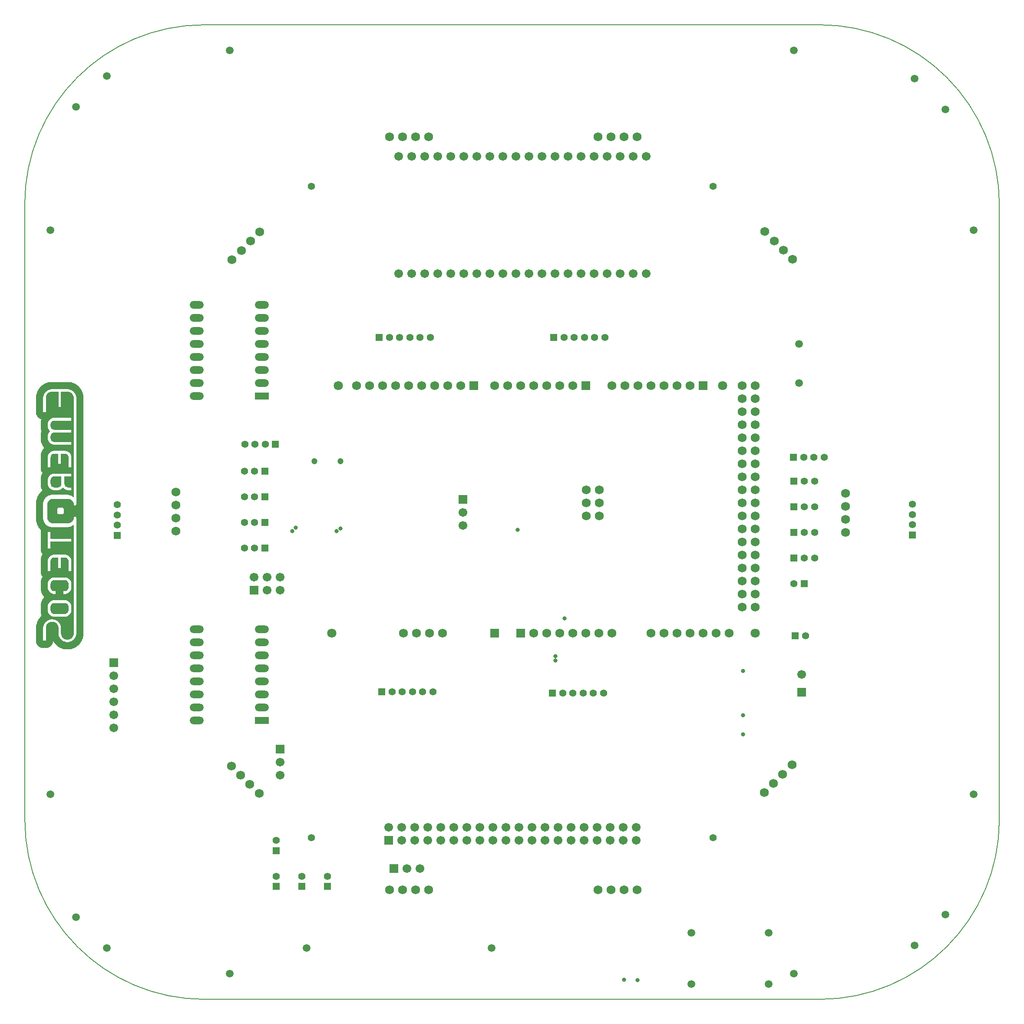
<source format=gbs>
%FSLAX23Y23*%
%MOIN*%
G70*
G01*
G75*
G04 Layer_Color=16711935*
%ADD10C,0.008*%
%ADD11C,0.059*%
%ADD12R,0.035X0.037*%
%ADD13R,0.035X0.037*%
%ADD14R,0.045X0.069*%
%ADD15R,0.055X0.047*%
%ADD16R,0.055X0.043*%
%ADD17O,0.024X0.087*%
%ADD18R,0.039X0.094*%
%ADD19R,0.130X0.094*%
%ADD20O,0.065X0.022*%
%ADD21O,0.022X0.065*%
%ADD22R,0.043X0.055*%
%ADD23R,0.043X0.067*%
%ADD24R,0.067X0.043*%
%ADD25R,0.050X0.100*%
%ADD26R,0.057X0.094*%
%ADD27R,0.069X0.045*%
G04:AMPARAMS|DCode=28|XSize=69mil|YSize=45mil|CornerRadius=0mil|HoleSize=0mil|Usage=FLASHONLY|Rotation=225.000|XOffset=0mil|YOffset=0mil|HoleType=Round|Shape=Rectangle|*
%AMROTATEDRECTD28*
4,1,4,0.008,0.040,0.040,0.008,-0.008,-0.040,-0.040,-0.008,0.008,0.040,0.0*
%
%ADD28ROTATEDRECTD28*%

G04:AMPARAMS|DCode=29|XSize=69mil|YSize=45mil|CornerRadius=0mil|HoleSize=0mil|Usage=FLASHONLY|Rotation=315.000|XOffset=0mil|YOffset=0mil|HoleType=Round|Shape=Rectangle|*
%AMROTATEDRECTD29*
4,1,4,-0.040,0.008,-0.008,0.040,0.040,-0.008,0.008,-0.040,-0.040,0.008,0.0*
%
%ADD29ROTATEDRECTD29*%

%ADD30R,0.047X0.047*%
%ADD31R,0.047X0.047*%
G04:AMPARAMS|DCode=32|XSize=47mil|YSize=47mil|CornerRadius=0mil|HoleSize=0mil|Usage=FLASHONLY|Rotation=225.000|XOffset=0mil|YOffset=0mil|HoleType=Round|Shape=Rectangle|*
%AMROTATEDRECTD32*
4,1,4,0.000,0.033,0.033,0.000,0.000,-0.033,-0.033,0.000,0.000,0.033,0.0*
%
%ADD32ROTATEDRECTD32*%

G04:AMPARAMS|DCode=33|XSize=47mil|YSize=47mil|CornerRadius=0mil|HoleSize=0mil|Usage=FLASHONLY|Rotation=315.000|XOffset=0mil|YOffset=0mil|HoleType=Round|Shape=Rectangle|*
%AMROTATEDRECTD33*
4,1,4,-0.033,0.000,0.000,0.033,0.033,0.000,0.000,-0.033,-0.033,0.000,0.0*
%
%ADD33ROTATEDRECTD33*%

%ADD34O,0.022X0.010*%
%ADD35O,0.010X0.022*%
%ADD36C,0.010*%
%ADD37C,0.012*%
%ADD38C,0.009*%
%ADD39C,0.020*%
%ADD40C,0.030*%
%ADD41C,0.005*%
%ADD42R,0.047X0.047*%
%ADD43C,0.047*%
%ADD44C,0.060*%
%ADD45C,0.063*%
%ADD46R,0.060X0.060*%
%ADD47R,0.059X0.059*%
%ADD48R,0.059X0.059*%
%ADD49C,0.051*%
%ADD50C,0.039*%
%ADD51R,0.047X0.047*%
%ADD52O,0.100X0.050*%
%ADD53R,0.100X0.050*%
%ADD54C,0.031*%
%ADD55C,0.024*%
%ADD56C,0.026*%
%ADD57C,0.004*%
%ADD58C,0.010*%
%ADD59C,0.008*%
%ADD60C,0.024*%
%ADD61C,0.016*%
%ADD62C,0.001*%
%ADD63C,0.020*%
%ADD64C,0.006*%
%ADD65C,0.067*%
%ADD66R,0.043X0.045*%
%ADD67R,0.043X0.045*%
%ADD68R,0.053X0.077*%
%ADD69R,0.063X0.055*%
%ADD70R,0.063X0.051*%
%ADD71O,0.032X0.095*%
%ADD72R,0.047X0.102*%
%ADD73R,0.138X0.102*%
%ADD74O,0.073X0.030*%
%ADD75O,0.030X0.073*%
%ADD76R,0.051X0.063*%
%ADD77R,0.051X0.075*%
%ADD78R,0.075X0.051*%
%ADD79R,0.058X0.108*%
%ADD80R,0.065X0.102*%
%ADD81R,0.077X0.053*%
G04:AMPARAMS|DCode=82|XSize=77mil|YSize=53mil|CornerRadius=0mil|HoleSize=0mil|Usage=FLASHONLY|Rotation=225.000|XOffset=0mil|YOffset=0mil|HoleType=Round|Shape=Rectangle|*
%AMROTATEDRECTD82*
4,1,4,0.008,0.046,0.046,0.008,-0.008,-0.046,-0.046,-0.008,0.008,0.046,0.0*
%
%ADD82ROTATEDRECTD82*%

G04:AMPARAMS|DCode=83|XSize=77mil|YSize=53mil|CornerRadius=0mil|HoleSize=0mil|Usage=FLASHONLY|Rotation=315.000|XOffset=0mil|YOffset=0mil|HoleType=Round|Shape=Rectangle|*
%AMROTATEDRECTD83*
4,1,4,-0.046,0.008,-0.008,0.046,0.046,-0.008,0.008,-0.046,-0.046,0.008,0.0*
%
%ADD83ROTATEDRECTD83*%

%ADD84R,0.055X0.055*%
%ADD85R,0.055X0.055*%
G04:AMPARAMS|DCode=86|XSize=55mil|YSize=55mil|CornerRadius=0mil|HoleSize=0mil|Usage=FLASHONLY|Rotation=225.000|XOffset=0mil|YOffset=0mil|HoleType=Round|Shape=Rectangle|*
%AMROTATEDRECTD86*
4,1,4,0.000,0.039,0.039,0.000,0.000,-0.039,-0.039,0.000,0.000,0.039,0.0*
%
%ADD86ROTATEDRECTD86*%

G04:AMPARAMS|DCode=87|XSize=55mil|YSize=55mil|CornerRadius=0mil|HoleSize=0mil|Usage=FLASHONLY|Rotation=315.000|XOffset=0mil|YOffset=0mil|HoleType=Round|Shape=Rectangle|*
%AMROTATEDRECTD87*
4,1,4,-0.039,0.000,0.000,0.039,0.039,0.000,0.000,-0.039,-0.039,0.000,0.0*
%
%ADD87ROTATEDRECTD87*%

%ADD88O,0.030X0.018*%
%ADD89O,0.018X0.030*%
%ADD90R,0.055X0.055*%
%ADD91C,0.055*%
%ADD92C,0.068*%
%ADD93C,0.071*%
%ADD94R,0.068X0.068*%
%ADD95R,0.067X0.067*%
%ADD96R,0.067X0.067*%
%ADD97C,0.059*%
%ADD98C,0.047*%
%ADD99R,0.055X0.055*%
%ADD100O,0.108X0.058*%
%ADD101R,0.108X0.058*%
%ADD102C,0.032*%
%ADD103C,0.002*%
D41*
X2363Y-3740D02*
G03*
X3741Y-2362I0J1378D01*
G01*
X-3739D02*
G03*
X-2362Y-3740I1378J0D01*
G01*
Y3740D02*
G03*
X-3739Y2362I0J-1378D01*
G01*
X3741D02*
G03*
X2363Y3740I-1378J0D01*
G01*
X-2362Y-3740D02*
X2363D01*
X-3739Y-2362D02*
Y2362D01*
X-2362Y3740D02*
X2363D01*
X3741Y-2362D02*
Y2362D01*
D65*
X-1980Y-500D02*
D03*
X-1880Y-600D02*
D03*
Y-500D02*
D03*
X-1780Y-600D02*
D03*
Y-500D02*
D03*
X2223Y-1245D02*
D03*
X-1780Y-1920D02*
D03*
Y-2020D02*
D03*
X-375Y-4D02*
D03*
Y-104D02*
D03*
X-3055Y-1655D02*
D03*
Y-1555D02*
D03*
Y-1455D02*
D03*
Y-1355D02*
D03*
Y-1255D02*
D03*
X-947Y-2421D02*
D03*
X-847Y-2521D02*
D03*
Y-2421D02*
D03*
X-747Y-2521D02*
D03*
Y-2421D02*
D03*
X-647Y-2521D02*
D03*
Y-2421D02*
D03*
X-547Y-2521D02*
D03*
Y-2421D02*
D03*
X-447Y-2521D02*
D03*
Y-2421D02*
D03*
X-347Y-2521D02*
D03*
Y-2421D02*
D03*
X-247Y-2521D02*
D03*
Y-2421D02*
D03*
X-147Y-2521D02*
D03*
Y-2421D02*
D03*
X-47Y-2521D02*
D03*
Y-2421D02*
D03*
X53Y-2521D02*
D03*
Y-2421D02*
D03*
X153Y-2521D02*
D03*
Y-2421D02*
D03*
X253Y-2521D02*
D03*
Y-2421D02*
D03*
X353Y-2521D02*
D03*
Y-2421D02*
D03*
X453Y-2521D02*
D03*
Y-2421D02*
D03*
X553Y-2521D02*
D03*
Y-2421D02*
D03*
X653Y-2521D02*
D03*
Y-2421D02*
D03*
X753Y-2521D02*
D03*
Y-2421D02*
D03*
X853Y-2521D02*
D03*
Y-2421D02*
D03*
X953Y-2521D02*
D03*
Y-2421D02*
D03*
X-805Y-2735D02*
D03*
X-705D02*
D03*
X-870Y2730D02*
D03*
X-770D02*
D03*
X-670D02*
D03*
X-570D02*
D03*
X-470D02*
D03*
X-370D02*
D03*
X-270D02*
D03*
X-170D02*
D03*
X-70D02*
D03*
X30D02*
D03*
X130D02*
D03*
X230D02*
D03*
X330D02*
D03*
X430D02*
D03*
X530D02*
D03*
X630D02*
D03*
X730D02*
D03*
X830D02*
D03*
X930D02*
D03*
X1030D02*
D03*
X-870Y1830D02*
D03*
X-770D02*
D03*
X-670D02*
D03*
X-570D02*
D03*
X-470D02*
D03*
X-370D02*
D03*
X-270D02*
D03*
X-170D02*
D03*
X-70D02*
D03*
X30D02*
D03*
X130D02*
D03*
X230D02*
D03*
X330D02*
D03*
X430D02*
D03*
X530D02*
D03*
X630D02*
D03*
X730D02*
D03*
X830D02*
D03*
X930D02*
D03*
X1030D02*
D03*
D90*
X-1815Y520D02*
D03*
X320Y1340D02*
D03*
X-1020D02*
D03*
X-1000Y-1380D02*
D03*
X310Y-1390D02*
D03*
X2160Y420D02*
D03*
X-1896Y-276D02*
D03*
Y-79D02*
D03*
Y118D02*
D03*
Y315D02*
D03*
X2165Y236D02*
D03*
Y39D02*
D03*
Y-157D02*
D03*
Y-354D02*
D03*
X2244Y-551D02*
D03*
X2175Y-950D02*
D03*
D91*
X-1894Y520D02*
D03*
X-1972D02*
D03*
X-2051D02*
D03*
X1545Y2500D02*
D03*
X-1540D02*
D03*
Y-2500D02*
D03*
X1545Y-2500D02*
D03*
X714Y1340D02*
D03*
X635D02*
D03*
X556D02*
D03*
X477D02*
D03*
X399D02*
D03*
X-626D02*
D03*
X-705D02*
D03*
X-784D02*
D03*
X-863D02*
D03*
X-941D02*
D03*
X-606Y-1380D02*
D03*
X-685D02*
D03*
X-764D02*
D03*
X-843D02*
D03*
X-921D02*
D03*
X704Y-1390D02*
D03*
X625D02*
D03*
X546D02*
D03*
X467D02*
D03*
X389D02*
D03*
X3075Y61D02*
D03*
Y-18D02*
D03*
Y-96D02*
D03*
X-3030Y56D02*
D03*
Y-23D02*
D03*
Y-101D02*
D03*
X2239Y420D02*
D03*
X2317D02*
D03*
X2396D02*
D03*
X-2054Y-276D02*
D03*
X-1975D02*
D03*
X-2054Y-79D02*
D03*
X-1975D02*
D03*
X-2054Y118D02*
D03*
X-1975D02*
D03*
X-2054Y315D02*
D03*
X-1975D02*
D03*
X2323Y236D02*
D03*
X2244D02*
D03*
X2323Y39D02*
D03*
X2244D02*
D03*
X2323Y-157D02*
D03*
X2244D02*
D03*
X2323Y-354D02*
D03*
X2244D02*
D03*
X-1811Y-2520D02*
D03*
X-1417Y-2795D02*
D03*
X-1614D02*
D03*
X-1811D02*
D03*
X2165Y-551D02*
D03*
X2254Y-950D02*
D03*
D92*
X571Y-30D02*
D03*
X671D02*
D03*
X571Y70D02*
D03*
X671D02*
D03*
X571Y170D02*
D03*
X671D02*
D03*
X-1194Y970D02*
D03*
X-1094D02*
D03*
X-834Y-930D02*
D03*
X-734D02*
D03*
X1166D02*
D03*
X1066D02*
D03*
X1666D02*
D03*
X1566D02*
D03*
X1466D02*
D03*
X1366D02*
D03*
X1266D02*
D03*
X266D02*
D03*
X166D02*
D03*
X766D02*
D03*
X666D02*
D03*
X566D02*
D03*
X466D02*
D03*
X366D02*
D03*
X1266Y970D02*
D03*
X1366D02*
D03*
X766D02*
D03*
X866D02*
D03*
X966D02*
D03*
X1066D02*
D03*
X1166D02*
D03*
X-534Y-930D02*
D03*
X-634D02*
D03*
X-494Y970D02*
D03*
X-394D02*
D03*
X-994D02*
D03*
X-894D02*
D03*
X-794D02*
D03*
X-694D02*
D03*
X-594D02*
D03*
X366D02*
D03*
X466D02*
D03*
X-134D02*
D03*
X-34D02*
D03*
X66D02*
D03*
X166D02*
D03*
X266D02*
D03*
X1866D02*
D03*
X1766D02*
D03*
X1866Y870D02*
D03*
X1766D02*
D03*
X1866Y770D02*
D03*
X1766D02*
D03*
X1866Y670D02*
D03*
X1766D02*
D03*
X1866Y570D02*
D03*
X1766D02*
D03*
X1866Y470D02*
D03*
X1766D02*
D03*
X1866Y370D02*
D03*
X1766D02*
D03*
X1866Y270D02*
D03*
X1766D02*
D03*
X1866Y170D02*
D03*
X1766D02*
D03*
Y70D02*
D03*
X1866D02*
D03*
Y-30D02*
D03*
X1766D02*
D03*
X1866Y-130D02*
D03*
X1766D02*
D03*
X1866Y-230D02*
D03*
X1766D02*
D03*
X1866Y-330D02*
D03*
X1766D02*
D03*
X1866Y-430D02*
D03*
X1766D02*
D03*
X1866Y-530D02*
D03*
X1766D02*
D03*
X1866Y-630D02*
D03*
X1766D02*
D03*
X1866Y-730D02*
D03*
X1766D02*
D03*
X-940Y2880D02*
D03*
X-840D02*
D03*
X-740D02*
D03*
X-640D02*
D03*
X-2149Y1937D02*
D03*
X-2078Y2008D02*
D03*
X-2008Y2079D02*
D03*
X-1937Y2150D02*
D03*
X-2580Y-145D02*
D03*
Y-45D02*
D03*
Y55D02*
D03*
Y155D02*
D03*
X-1941Y-2161D02*
D03*
X-2012Y-2090D02*
D03*
X-2083Y-2020D02*
D03*
X-2154Y-1949D02*
D03*
X-640Y-2900D02*
D03*
X-740D02*
D03*
X-840D02*
D03*
X-940D02*
D03*
X2149Y-1941D02*
D03*
X2078Y-2012D02*
D03*
X2008Y-2083D02*
D03*
X1937Y-2154D02*
D03*
X2559Y143D02*
D03*
Y43D02*
D03*
Y-57D02*
D03*
Y-157D02*
D03*
X1941Y2153D02*
D03*
X2012Y2082D02*
D03*
X2083Y2012D02*
D03*
X2154Y1941D02*
D03*
X960Y-2900D02*
D03*
X860D02*
D03*
X760D02*
D03*
X660D02*
D03*
Y2880D02*
D03*
X760D02*
D03*
X860D02*
D03*
X960D02*
D03*
D93*
X-1334Y970D02*
D03*
X-1384Y-930D02*
D03*
X1866D02*
D03*
X1616Y970D02*
D03*
D94*
X66Y-930D02*
D03*
X1466Y970D02*
D03*
X-134Y-930D02*
D03*
X-294Y970D02*
D03*
X566D02*
D03*
D95*
X-1980Y-600D02*
D03*
X-947Y-2521D02*
D03*
X-905Y-2735D02*
D03*
D96*
X2223Y-1383D02*
D03*
X-1780Y-1820D02*
D03*
X-375Y96D02*
D03*
X-3055Y-1155D02*
D03*
D97*
X-3346Y-3110D02*
D03*
X-3110Y-3346D02*
D03*
X3327Y3091D02*
D03*
X3091Y3327D02*
D03*
Y-3327D02*
D03*
X3327Y-3091D02*
D03*
X-3346Y3110D02*
D03*
X-3110Y3346D02*
D03*
X1969Y-3228D02*
D03*
X1378D02*
D03*
X1969Y-3622D02*
D03*
X1378D02*
D03*
X-157Y-3346D02*
D03*
X-1575D02*
D03*
X-2165Y3543D02*
D03*
Y-3543D02*
D03*
X2165D02*
D03*
Y3543D02*
D03*
X3543Y-2165D02*
D03*
X-3543D02*
D03*
Y2165D02*
D03*
X3543D02*
D03*
X2205Y1291D02*
D03*
Y992D02*
D03*
D98*
X-1315Y390D02*
D03*
X-1515D02*
D03*
D99*
X3075Y-175D02*
D03*
X-3030Y-180D02*
D03*
X-1811Y-2599D02*
D03*
X-1417Y-2874D02*
D03*
X-1614D02*
D03*
X-1811D02*
D03*
D100*
X-2420Y-900D02*
D03*
Y-1000D02*
D03*
Y-1100D02*
D03*
Y-1200D02*
D03*
Y-1300D02*
D03*
Y-1400D02*
D03*
Y-1500D02*
D03*
Y-1600D02*
D03*
X-1920Y-900D02*
D03*
Y-1000D02*
D03*
Y-1100D02*
D03*
Y-1200D02*
D03*
Y-1300D02*
D03*
Y-1400D02*
D03*
Y-1500D02*
D03*
Y990D02*
D03*
Y1090D02*
D03*
Y1190D02*
D03*
Y1290D02*
D03*
Y1390D02*
D03*
Y1490D02*
D03*
Y1590D02*
D03*
X-2420Y890D02*
D03*
Y990D02*
D03*
Y1090D02*
D03*
Y1190D02*
D03*
Y1290D02*
D03*
Y1390D02*
D03*
Y1490D02*
D03*
Y1590D02*
D03*
D101*
X-1920Y-1600D02*
D03*
Y890D02*
D03*
D102*
X-1348Y-145D02*
D03*
X-1685D02*
D03*
X-1317Y-125D02*
D03*
X-1660Y-120D02*
D03*
X861Y-3589D02*
D03*
X964Y-3594D02*
D03*
X45Y-135D02*
D03*
X1775Y-1220D02*
D03*
Y-1560D02*
D03*
Y-1705D02*
D03*
X335Y-1140D02*
D03*
X405Y-815D02*
D03*
X335Y-1105D02*
D03*
D103*
X-3294Y-952D02*
Y900D01*
X-3296Y-960D02*
Y908D01*
X-3298Y-968D02*
Y914D01*
X-3300Y-972D02*
Y920D01*
X-3302Y-978D02*
Y926D01*
X-3304Y-982D02*
Y930D01*
X-3306Y-986D02*
Y934D01*
X-3308Y-990D02*
Y938D01*
X-3310Y-994D02*
Y942D01*
X-3312Y-996D02*
Y944D01*
X-3314Y-1000D02*
Y948D01*
X-3316Y-1002D02*
Y950D01*
X-3318Y-1004D02*
Y952D01*
X-3320Y-1008D02*
Y954D01*
X-3322Y-1010D02*
Y958D01*
X-3324Y-1012D02*
Y960D01*
X-3326Y-1014D02*
Y962D01*
X-3328Y-1016D02*
Y964D01*
X-3330Y-1018D02*
Y966D01*
X-3332Y-1020D02*
Y968D01*
X-3334Y-1022D02*
Y970D01*
X-3336Y-1022D02*
Y970D01*
X-3338Y-1024D02*
Y972D01*
X-3340Y-1026D02*
Y974D01*
X-3342Y-1028D02*
Y976D01*
X-3344Y-1030D02*
Y978D01*
X-3346Y-1030D02*
Y-938D01*
Y-38D02*
Y58D01*
Y886D02*
Y978D01*
X-3348Y-1032D02*
Y-948D01*
Y-36D02*
Y54D01*
Y896D02*
Y980D01*
X-3350Y-1034D02*
Y-954D01*
Y-34D02*
Y54D01*
Y902D02*
Y982D01*
X-3352Y-1034D02*
Y-958D01*
Y-32D02*
Y52D01*
Y906D02*
Y982D01*
X-3354Y-1036D02*
Y-962D01*
Y-32D02*
Y52D01*
Y910D02*
Y984D01*
X-3356Y-1036D02*
Y-966D01*
Y-32D02*
Y52D01*
Y914D02*
Y984D01*
X-3358Y-1038D02*
Y-968D01*
Y-32D02*
Y52D01*
Y916D02*
Y986D01*
X-3360Y-1038D02*
Y-970D01*
Y-32D02*
Y52D01*
Y918D02*
Y986D01*
X-3362Y-1040D02*
Y-974D01*
Y-34D02*
Y54D01*
Y922D02*
Y988D01*
X-3364Y-1040D02*
Y-976D01*
Y-36D02*
Y54D01*
Y924D02*
Y988D01*
X-3366Y-1042D02*
Y-978D01*
Y-38D02*
Y58D01*
Y926D02*
Y990D01*
X-3368Y-1042D02*
Y-980D01*
Y-940D02*
Y-98D01*
Y-52D02*
Y72D01*
Y118D02*
Y888D01*
Y928D02*
Y990D01*
X-3370Y-1044D02*
Y-982D01*
Y-946D02*
Y-100D01*
Y-58D02*
Y76D01*
Y118D02*
Y894D01*
Y930D02*
Y992D01*
X-3372Y-1044D02*
Y-982D01*
Y-952D02*
Y-102D01*
Y-60D02*
Y80D01*
Y120D02*
Y900D01*
Y930D02*
Y992D01*
X-3374Y-1044D02*
Y-984D01*
Y-954D02*
Y-102D01*
Y-64D02*
Y82D01*
Y122D02*
Y902D01*
Y932D02*
Y992D01*
X-3376Y-1046D02*
Y-986D01*
Y-958D02*
Y-104D01*
Y-66D02*
Y84D01*
Y124D02*
Y906D01*
Y934D02*
Y994D01*
X-3378Y-1046D02*
Y-988D01*
Y-960D02*
Y-106D01*
Y-68D02*
Y86D01*
Y124D02*
Y908D01*
Y936D02*
Y994D01*
X-3380Y-1046D02*
Y-988D01*
Y-962D02*
Y-106D01*
Y-70D02*
Y88D01*
Y126D02*
Y910D01*
Y936D02*
Y994D01*
X-3382Y-1046D02*
Y-990D01*
Y-964D02*
Y-108D01*
Y-72D02*
Y90D01*
Y128D02*
Y912D01*
Y938D02*
Y994D01*
X-3384Y-1048D02*
Y-990D01*
Y-966D02*
Y-760D01*
Y-716D02*
Y-586D01*
Y-540D02*
Y-454D01*
Y-366D02*
Y-226D01*
Y-202D02*
Y-108D01*
Y-74D02*
Y92D01*
Y128D02*
Y168D01*
Y192D02*
Y274D01*
Y298D02*
Y344D01*
Y430D02*
Y518D01*
Y542D02*
Y610D01*
Y634D02*
Y702D01*
Y728D02*
Y914D01*
Y938D02*
Y996D01*
X-3386Y-1048D02*
Y-992D01*
Y-968D02*
Y-768D01*
Y-708D02*
Y-594D01*
Y-534D02*
Y-454D01*
Y-358D02*
Y-226D01*
Y-202D02*
Y-110D01*
Y-74D02*
Y94D01*
Y130D02*
Y168D01*
Y192D02*
Y274D01*
Y298D02*
Y344D01*
Y438D02*
Y518D01*
Y542D02*
Y610D01*
Y634D02*
Y702D01*
Y728D02*
Y916D01*
Y940D02*
Y996D01*
X-3388Y-1048D02*
Y-992D01*
Y-968D02*
Y-772D01*
Y-704D02*
Y-598D01*
Y-528D02*
Y-454D01*
Y-354D02*
Y-226D01*
Y-202D02*
Y-110D01*
Y-76D02*
Y96D01*
Y130D02*
Y168D01*
Y192D02*
Y274D01*
Y298D02*
Y344D01*
Y444D02*
Y518D01*
Y542D02*
Y610D01*
Y634D02*
Y702D01*
Y728D02*
Y916D01*
Y940D02*
Y996D01*
X-3390Y-1048D02*
Y-994D01*
Y-970D02*
Y-776D01*
Y-700D02*
Y-602D01*
Y-524D02*
Y-454D01*
Y-350D02*
Y-226D01*
Y-202D02*
Y-112D01*
Y-78D02*
Y96D01*
Y130D02*
Y168D01*
Y192D02*
Y274D01*
Y298D02*
Y344D01*
Y448D02*
Y518D01*
Y542D02*
Y610D01*
Y634D02*
Y702D01*
Y728D02*
Y918D01*
Y942D02*
Y996D01*
X-3392Y-1050D02*
Y-994D01*
Y-972D02*
Y-780D01*
Y-696D02*
Y-606D01*
Y-522D02*
Y-454D01*
Y-346D02*
Y-226D01*
Y-202D02*
Y-112D01*
Y-78D02*
Y98D01*
Y132D02*
Y168D01*
Y192D02*
Y274D01*
Y298D02*
Y344D01*
Y450D02*
Y518D01*
Y542D02*
Y610D01*
Y634D02*
Y702D01*
Y728D02*
Y920D01*
Y942D02*
Y998D01*
X-3394Y-1050D02*
Y-994D01*
Y-972D02*
Y-782D01*
Y-694D02*
Y-608D01*
Y-518D02*
Y-454D01*
Y-344D02*
Y-226D01*
Y-202D02*
Y-112D01*
Y-80D02*
Y98D01*
Y132D02*
Y168D01*
Y192D02*
Y274D01*
Y298D02*
Y344D01*
Y452D02*
Y518D01*
Y542D02*
Y610D01*
Y634D02*
Y702D01*
Y728D02*
Y920D01*
Y942D02*
Y998D01*
X-3396Y-1050D02*
Y-996D01*
Y-972D02*
Y-784D01*
Y-692D02*
Y-610D01*
Y-516D02*
Y-454D01*
Y-342D02*
Y-226D01*
Y-202D02*
Y-114D01*
Y-80D02*
Y100D01*
Y132D02*
Y168D01*
Y192D02*
Y274D01*
Y298D02*
Y344D01*
Y456D02*
Y518D01*
Y542D02*
Y610D01*
Y634D02*
Y702D01*
Y728D02*
Y920D01*
Y944D02*
Y998D01*
X-3398Y-1050D02*
Y-996D01*
Y-974D02*
Y-788D01*
Y-688D02*
Y-612D01*
Y-514D02*
Y-454D01*
Y-340D02*
Y-226D01*
Y-202D02*
Y-114D01*
Y-80D02*
Y100D01*
Y134D02*
Y168D01*
Y192D02*
Y274D01*
Y298D02*
Y344D01*
Y458D02*
Y518D01*
Y542D02*
Y610D01*
Y634D02*
Y702D01*
Y728D02*
Y922D01*
Y944D02*
Y998D01*
X-3400Y-1050D02*
Y-996D01*
Y-974D02*
Y-790D01*
Y-686D02*
Y-614D01*
Y-512D02*
Y-454D01*
Y-338D02*
Y-226D01*
Y-202D02*
Y-114D01*
Y-82D02*
Y102D01*
Y134D02*
Y168D01*
Y192D02*
Y274D01*
Y298D02*
Y344D01*
Y460D02*
Y518D01*
Y542D02*
Y610D01*
Y634D02*
Y702D01*
Y728D02*
Y922D01*
Y944D02*
Y998D01*
X-3402Y-1050D02*
Y-996D01*
Y-974D02*
Y-790D01*
Y-686D02*
Y-616D01*
Y-510D02*
Y-454D01*
Y-336D02*
Y-226D01*
Y-202D02*
Y-114D01*
Y-82D02*
Y102D01*
Y134D02*
Y168D01*
Y192D02*
Y274D01*
Y298D02*
Y344D01*
Y462D02*
Y518D01*
Y542D02*
Y610D01*
Y634D02*
Y702D01*
Y728D02*
Y922D01*
Y944D02*
Y998D01*
X-3404Y-1050D02*
Y-996D01*
Y-976D02*
Y-792D01*
Y-684D02*
Y-618D01*
Y-508D02*
Y-454D01*
Y-334D02*
Y-226D01*
Y-202D02*
Y-116D01*
Y-82D02*
Y102D01*
Y134D02*
Y168D01*
Y192D02*
Y274D01*
Y298D02*
Y344D01*
Y462D02*
Y518D01*
Y542D02*
Y610D01*
Y634D02*
Y702D01*
Y728D02*
Y924D01*
Y944D02*
Y998D01*
X-3406Y-1050D02*
Y-998D01*
Y-976D02*
Y-794D01*
Y-682D02*
Y-620D01*
Y-508D02*
Y-454D01*
Y-332D02*
Y-226D01*
Y-202D02*
Y-116D01*
Y-82D02*
Y102D01*
Y134D02*
Y168D01*
Y192D02*
Y274D01*
Y298D02*
Y344D01*
Y464D02*
Y518D01*
Y542D02*
Y610D01*
Y634D02*
Y702D01*
Y728D02*
Y924D01*
Y946D02*
Y998D01*
X-3408Y-1050D02*
Y-998D01*
Y-976D02*
Y-796D01*
Y-756D02*
Y-720D01*
Y-680D02*
Y-620D01*
Y-582D02*
Y-544D01*
Y-506D02*
Y-370D01*
Y-332D02*
Y-226D01*
Y-202D02*
Y-116D01*
Y-84D02*
Y102D01*
Y136D02*
Y168D01*
Y192D02*
Y274D01*
Y298D02*
Y426D01*
Y466D02*
Y518D01*
Y542D02*
Y610D01*
Y634D02*
Y702D01*
Y728D02*
Y924D01*
Y946D02*
Y998D01*
X-3410Y-1050D02*
Y-998D01*
Y-976D02*
Y-796D01*
Y-764D02*
Y-712D01*
Y-680D02*
Y-622D01*
Y-588D02*
Y-538D01*
Y-504D02*
Y-364D01*
Y-330D02*
Y-226D01*
Y-202D02*
Y-116D01*
Y-84D02*
Y102D01*
Y136D02*
Y168D01*
Y192D02*
Y274D01*
Y298D02*
Y434D01*
Y466D02*
Y518D01*
Y542D02*
Y610D01*
Y634D02*
Y702D01*
Y728D02*
Y924D01*
Y946D02*
Y998D01*
X-3412Y-1050D02*
Y-998D01*
Y-976D02*
Y-798D01*
Y-766D02*
Y-710D01*
Y-678D02*
Y-624D01*
Y-592D02*
Y-534D01*
Y-504D02*
Y-360D01*
Y-330D02*
Y-226D01*
Y-202D02*
Y-116D01*
Y-84D02*
Y102D01*
Y136D02*
Y168D01*
Y194D02*
Y274D01*
Y298D02*
Y438D01*
Y468D02*
Y518D01*
Y542D02*
Y610D01*
Y634D02*
Y702D01*
Y728D02*
Y924D01*
Y946D02*
Y998D01*
X-3414Y-1050D02*
Y-998D01*
Y-976D02*
Y-798D01*
Y-770D02*
Y-706D01*
Y-678D02*
Y-624D01*
Y-594D02*
Y-532D01*
Y-502D02*
Y-358D01*
Y-328D02*
Y-226D01*
Y-202D02*
Y-116D01*
Y-84D02*
Y102D01*
Y136D02*
Y168D01*
Y194D02*
Y274D01*
Y298D02*
Y440D01*
Y468D02*
Y518D01*
Y542D02*
Y610D01*
Y634D02*
Y702D01*
Y728D02*
Y924D01*
Y946D02*
Y998D01*
X-3416Y-1050D02*
Y-998D01*
Y-976D02*
Y-800D01*
Y-772D02*
Y-704D01*
Y-676D02*
Y-624D01*
Y-596D02*
Y-530D01*
Y-502D02*
Y-356D01*
Y-328D02*
Y-226D01*
Y-202D02*
Y-116D01*
Y-84D02*
Y102D01*
Y136D02*
Y168D01*
Y194D02*
Y274D01*
Y298D02*
Y442D01*
Y470D02*
Y518D01*
Y542D02*
Y610D01*
Y634D02*
Y702D01*
Y728D02*
Y924D01*
Y946D02*
Y998D01*
X-3418Y-1050D02*
Y-998D01*
Y-976D02*
Y-800D01*
Y-774D02*
Y-702D01*
Y-676D02*
Y-626D01*
Y-598D02*
Y-528D01*
Y-502D02*
Y-354D01*
Y-326D02*
Y-226D01*
Y-202D02*
Y-116D01*
Y-84D02*
Y102D01*
Y136D02*
Y170D01*
Y194D02*
Y274D01*
Y298D02*
Y444D01*
Y470D02*
Y518D01*
Y542D02*
Y610D01*
Y634D02*
Y702D01*
Y728D02*
Y924D01*
Y946D02*
Y998D01*
X-3420Y-1050D02*
Y-998D01*
Y-976D02*
Y-802D01*
Y-774D02*
Y-702D01*
Y-676D02*
Y-626D01*
Y-600D02*
Y-526D01*
Y-500D02*
Y-352D01*
Y-326D02*
Y-226D01*
Y-202D02*
Y-116D01*
Y-84D02*
Y102D01*
Y136D02*
Y170D01*
Y196D02*
Y274D01*
Y298D02*
Y444D01*
Y472D02*
Y518D01*
Y542D02*
Y610D01*
Y634D02*
Y702D01*
Y728D02*
Y924D01*
Y946D02*
Y998D01*
X-3422Y-1050D02*
Y-998D01*
Y-976D02*
Y-802D01*
Y-776D02*
Y-700D01*
Y-674D02*
Y-626D01*
Y-602D02*
Y-526D01*
Y-500D02*
Y-352D01*
Y-326D02*
Y-226D01*
Y-202D02*
Y-116D01*
Y-84D02*
Y102D01*
Y136D02*
Y170D01*
Y196D02*
Y274D01*
Y298D02*
Y446D01*
Y472D02*
Y518D01*
Y542D02*
Y610D01*
Y634D02*
Y702D01*
Y728D02*
Y924D01*
Y946D02*
Y998D01*
X-3424Y-1050D02*
Y-998D01*
Y-976D02*
Y-802D01*
Y-776D02*
Y-700D01*
Y-674D02*
Y-628D01*
Y-602D02*
Y-524D01*
Y-500D02*
Y-350D01*
Y-324D02*
Y-226D01*
Y-202D02*
Y-116D01*
Y-84D02*
Y102D01*
Y136D02*
Y170D01*
Y198D02*
Y274D01*
Y298D02*
Y448D01*
Y472D02*
Y518D01*
Y542D02*
Y610D01*
Y634D02*
Y702D01*
Y728D02*
Y924D01*
Y946D02*
Y998D01*
X-3426Y-1050D02*
Y-996D01*
Y-976D02*
Y-802D01*
Y-778D02*
Y-698D01*
Y-674D02*
Y-628D01*
Y-602D02*
Y-524D01*
Y-500D02*
Y-350D01*
Y-324D02*
Y-226D01*
Y-202D02*
Y-116D01*
Y-84D02*
Y102D01*
Y136D02*
Y172D01*
Y198D02*
Y274D01*
Y298D02*
Y448D01*
Y472D02*
Y518D01*
Y542D02*
Y610D01*
Y634D02*
Y702D01*
Y728D02*
Y924D01*
Y946D02*
Y998D01*
X-3428Y-1050D02*
Y-996D01*
Y-974D02*
Y-802D01*
Y-778D02*
Y-698D01*
Y-674D02*
Y-628D01*
Y-604D02*
Y-524D01*
Y-498D02*
Y-348D01*
Y-324D02*
Y-226D01*
Y-202D02*
Y-116D01*
Y-84D02*
Y102D01*
Y136D02*
Y172D01*
Y200D02*
Y274D01*
Y298D02*
Y448D01*
Y472D02*
Y518D01*
Y542D02*
Y610D01*
Y634D02*
Y702D01*
Y728D02*
Y924D01*
Y946D02*
Y998D01*
X-3430Y-1050D02*
Y-996D01*
Y-974D02*
Y-804D01*
Y-778D02*
Y-698D01*
Y-674D02*
Y-628D01*
Y-604D02*
Y-524D01*
Y-498D02*
Y-348D01*
Y-324D02*
Y-226D01*
Y-202D02*
Y-116D01*
Y-84D02*
Y102D01*
Y136D02*
Y174D01*
Y202D02*
Y274D01*
Y298D02*
Y448D01*
Y474D02*
Y518D01*
Y542D02*
Y610D01*
Y634D02*
Y702D01*
Y728D02*
Y924D01*
Y946D02*
Y998D01*
X-3432Y-1050D02*
Y-996D01*
Y-974D02*
Y-804D01*
Y-778D02*
Y-698D01*
Y-674D02*
Y-628D01*
Y-604D02*
Y-522D01*
Y-498D02*
Y-348D01*
Y-324D02*
Y-226D01*
Y-202D02*
Y-116D01*
Y-84D02*
Y102D01*
Y136D02*
Y174D01*
Y206D02*
Y274D01*
Y298D02*
Y448D01*
Y474D02*
Y518D01*
Y542D02*
Y610D01*
Y634D02*
Y702D01*
Y728D02*
Y924D01*
Y946D02*
Y998D01*
X-3434Y-1050D02*
Y-994D01*
Y-972D02*
Y-804D01*
Y-778D02*
Y-698D01*
Y-672D02*
Y-628D01*
Y-604D02*
Y-522D01*
Y-498D02*
Y-348D01*
Y-324D02*
Y-226D01*
Y-202D02*
Y-116D01*
Y-84D02*
Y102D01*
Y136D02*
Y176D01*
Y210D02*
Y274D01*
Y298D02*
Y448D01*
Y474D02*
Y518D01*
Y542D02*
Y610D01*
Y634D02*
Y702D01*
Y728D02*
Y924D01*
Y946D02*
Y998D01*
X-3436Y-1050D02*
Y-994D01*
Y-972D02*
Y-804D01*
Y-778D02*
Y-698D01*
Y-672D02*
Y-628D01*
Y-604D02*
Y-522D01*
Y-498D02*
Y-348D01*
Y-324D02*
Y-226D01*
Y-202D02*
Y-116D01*
Y-84D02*
Y102D01*
Y136D02*
Y176D01*
Y218D02*
Y274D01*
Y298D02*
Y448D01*
Y474D02*
Y518D01*
Y542D02*
Y610D01*
Y634D02*
Y702D01*
Y728D02*
Y924D01*
Y946D02*
Y998D01*
X-3438Y-1048D02*
Y-994D01*
Y-970D02*
Y-804D01*
Y-778D02*
Y-698D01*
Y-672D02*
Y-628D01*
Y-604D02*
Y-522D01*
Y-498D02*
Y-348D01*
Y-324D02*
Y-226D01*
Y-202D02*
Y-116D01*
Y-84D02*
Y102D01*
Y136D02*
Y178D01*
Y298D02*
Y448D01*
Y474D02*
Y518D01*
Y542D02*
Y610D01*
Y634D02*
Y702D01*
Y728D02*
Y924D01*
Y946D02*
Y998D01*
X-3440Y-1048D02*
Y-992D01*
Y-970D02*
Y-804D01*
Y-778D02*
Y-698D01*
Y-672D02*
Y-628D01*
Y-604D02*
Y-522D01*
Y-498D02*
Y-348D01*
Y-324D02*
Y-226D01*
Y-202D02*
Y-116D01*
Y-84D02*
Y102D01*
Y136D02*
Y180D01*
Y298D02*
Y448D01*
Y474D02*
Y518D01*
Y542D02*
Y610D01*
Y634D02*
Y702D01*
Y728D02*
Y924D01*
Y946D02*
Y998D01*
X-3442Y-1048D02*
Y-992D01*
Y-968D02*
Y-804D01*
Y-778D02*
Y-698D01*
Y-672D02*
Y-628D01*
Y-604D02*
Y-522D01*
Y-498D02*
Y-348D01*
Y-324D02*
Y-226D01*
Y-202D02*
Y-116D01*
Y-84D02*
Y-10D01*
Y28D02*
Y102D01*
Y136D02*
Y182D01*
Y298D02*
Y448D01*
Y474D02*
Y518D01*
Y542D02*
Y610D01*
Y634D02*
Y702D01*
Y728D02*
Y924D01*
Y946D02*
Y998D01*
X-3444Y-1048D02*
Y-992D01*
Y-966D02*
Y-804D01*
Y-778D02*
Y-698D01*
Y-672D02*
Y-628D01*
Y-604D02*
Y-522D01*
Y-498D02*
Y-348D01*
Y-324D02*
Y-226D01*
Y-202D02*
Y-116D01*
Y-84D02*
Y-12D01*
Y32D02*
Y102D01*
Y136D02*
Y184D01*
Y298D02*
Y448D01*
Y474D02*
Y518D01*
Y542D02*
Y610D01*
Y634D02*
Y702D01*
Y728D02*
Y924D01*
Y946D02*
Y998D01*
X-3446Y-1048D02*
Y-990D01*
Y-964D02*
Y-804D01*
Y-778D02*
Y-698D01*
Y-672D02*
Y-628D01*
Y-604D02*
Y-522D01*
Y-498D02*
Y-348D01*
Y-324D02*
Y-226D01*
Y-202D02*
Y-116D01*
Y-84D02*
Y-14D01*
Y34D02*
Y102D01*
Y136D02*
Y186D01*
Y298D02*
Y448D01*
Y474D02*
Y518D01*
Y542D02*
Y610D01*
Y634D02*
Y702D01*
Y728D02*
Y924D01*
Y946D02*
Y998D01*
X-3448Y-1046D02*
Y-988D01*
Y-964D02*
Y-804D01*
Y-778D02*
Y-698D01*
Y-672D02*
Y-522D01*
Y-498D02*
Y-348D01*
Y-324D02*
Y-226D01*
Y-202D02*
Y-116D01*
Y-84D02*
Y-16D01*
Y34D02*
Y102D01*
Y136D02*
Y186D01*
Y298D02*
Y448D01*
Y474D02*
Y518D01*
Y542D02*
Y610D01*
Y634D02*
Y702D01*
Y728D02*
Y924D01*
Y946D02*
Y998D01*
X-3450Y-1046D02*
Y-988D01*
Y-962D02*
Y-804D01*
Y-778D02*
Y-698D01*
Y-672D02*
Y-522D01*
Y-498D02*
Y-348D01*
Y-324D02*
Y-226D01*
Y-202D02*
Y-116D01*
Y-84D02*
Y-16D01*
Y36D02*
Y102D01*
Y136D02*
Y186D01*
Y298D02*
Y448D01*
Y474D02*
Y518D01*
Y542D02*
Y610D01*
Y634D02*
Y702D01*
Y728D02*
Y924D01*
Y946D02*
Y998D01*
X-3452Y-1046D02*
Y-986D01*
Y-958D02*
Y-804D01*
Y-778D02*
Y-698D01*
Y-672D02*
Y-522D01*
Y-498D02*
Y-348D01*
Y-324D02*
Y-226D01*
Y-202D02*
Y-116D01*
Y-84D02*
Y-16D01*
Y36D02*
Y102D01*
Y136D02*
Y184D01*
Y298D02*
Y448D01*
Y474D02*
Y518D01*
Y542D02*
Y610D01*
Y634D02*
Y702D01*
Y728D02*
Y924D01*
Y946D02*
Y998D01*
X-3454Y-1044D02*
Y-986D01*
Y-956D02*
Y-804D01*
Y-778D02*
Y-698D01*
Y-672D02*
Y-522D01*
Y-498D02*
Y-348D01*
Y-324D02*
Y-226D01*
Y-202D02*
Y-116D01*
Y-84D02*
Y-16D01*
Y36D02*
Y102D01*
Y136D02*
Y182D01*
Y298D02*
Y448D01*
Y474D02*
Y518D01*
Y542D02*
Y610D01*
Y634D02*
Y702D01*
Y728D02*
Y924D01*
Y946D02*
Y998D01*
X-3456Y-1044D02*
Y-984D01*
Y-952D02*
Y-804D01*
Y-778D02*
Y-698D01*
Y-672D02*
Y-522D01*
Y-498D02*
Y-348D01*
Y-324D02*
Y-226D01*
Y-202D02*
Y-116D01*
Y-84D02*
Y-16D01*
Y36D02*
Y102D01*
Y136D02*
Y180D01*
Y298D02*
Y448D01*
Y474D02*
Y518D01*
Y542D02*
Y610D01*
Y634D02*
Y702D01*
Y728D02*
Y924D01*
Y946D02*
Y998D01*
X-3458Y-1044D02*
Y-982D01*
Y-950D02*
Y-804D01*
Y-778D02*
Y-698D01*
Y-672D02*
Y-522D01*
Y-498D02*
Y-348D01*
Y-324D02*
Y-226D01*
Y-202D02*
Y-116D01*
Y-84D02*
Y-16D01*
Y36D02*
Y102D01*
Y136D02*
Y178D01*
Y298D02*
Y448D01*
Y474D02*
Y518D01*
Y542D02*
Y610D01*
Y634D02*
Y702D01*
Y728D02*
Y924D01*
Y946D02*
Y998D01*
X-3460Y-1042D02*
Y-980D01*
Y-944D02*
Y-804D01*
Y-778D02*
Y-698D01*
Y-672D02*
Y-522D01*
Y-498D02*
Y-348D01*
Y-324D02*
Y-226D01*
Y-202D02*
Y-116D01*
Y-84D02*
Y-16D01*
Y36D02*
Y102D01*
Y136D02*
Y176D01*
Y298D02*
Y448D01*
Y474D02*
Y518D01*
Y542D02*
Y610D01*
Y634D02*
Y702D01*
Y728D02*
Y924D01*
Y946D02*
Y998D01*
X-3462Y-1042D02*
Y-978D01*
Y-934D02*
Y-804D01*
Y-778D02*
Y-698D01*
Y-672D02*
Y-522D01*
Y-498D02*
Y-348D01*
Y-324D02*
Y-226D01*
Y-202D02*
Y-116D01*
Y-84D02*
Y-16D01*
Y36D02*
Y102D01*
Y136D02*
Y176D01*
Y210D02*
Y274D01*
Y298D02*
Y448D01*
Y474D02*
Y518D01*
Y542D02*
Y610D01*
Y634D02*
Y702D01*
Y728D02*
Y924D01*
Y946D02*
Y998D01*
X-3464Y-1040D02*
Y-976D01*
Y-874D02*
Y-804D01*
Y-778D02*
Y-698D01*
Y-672D02*
Y-522D01*
Y-498D02*
Y-428D01*
Y-324D02*
Y-226D01*
Y-202D02*
Y-116D01*
Y-84D02*
Y-16D01*
Y36D02*
Y102D01*
Y136D02*
Y174D01*
Y206D02*
Y274D01*
Y298D02*
Y370D01*
Y474D02*
Y518D01*
Y542D02*
Y610D01*
Y634D02*
Y702D01*
Y728D02*
Y808D01*
Y946D02*
Y998D01*
X-3466Y-1040D02*
Y-974D01*
Y-868D02*
Y-804D01*
Y-778D02*
Y-698D01*
Y-672D02*
Y-522D01*
Y-498D02*
Y-428D01*
Y-324D02*
Y-226D01*
Y-202D02*
Y-116D01*
Y-84D02*
Y-16D01*
Y36D02*
Y102D01*
Y136D02*
Y174D01*
Y204D02*
Y274D01*
Y298D02*
Y370D01*
Y474D02*
Y518D01*
Y542D02*
Y610D01*
Y634D02*
Y702D01*
Y728D02*
Y808D01*
Y946D02*
Y998D01*
X-3468Y-1040D02*
Y-972D01*
Y-862D02*
Y-804D01*
Y-778D02*
Y-698D01*
Y-672D02*
Y-522D01*
Y-498D02*
Y-428D01*
Y-324D02*
Y-226D01*
Y-202D02*
Y-116D01*
Y-84D02*
Y-16D01*
Y36D02*
Y102D01*
Y136D02*
Y172D01*
Y202D02*
Y274D01*
Y298D02*
Y370D01*
Y474D02*
Y518D01*
Y542D02*
Y610D01*
Y634D02*
Y702D01*
Y728D02*
Y808D01*
Y946D02*
Y998D01*
X-3470Y-1038D02*
Y-970D01*
Y-858D02*
Y-804D01*
Y-778D02*
Y-698D01*
Y-672D02*
Y-522D01*
Y-498D02*
Y-428D01*
Y-324D02*
Y-226D01*
Y-202D02*
Y-116D01*
Y-84D02*
Y-16D01*
Y36D02*
Y102D01*
Y136D02*
Y172D01*
Y200D02*
Y274D01*
Y298D02*
Y370D01*
Y474D02*
Y518D01*
Y542D02*
Y610D01*
Y634D02*
Y702D01*
Y728D02*
Y808D01*
Y946D02*
Y998D01*
X-3472Y-1038D02*
Y-966D01*
Y-854D02*
Y-804D01*
Y-778D02*
Y-698D01*
Y-672D02*
Y-522D01*
Y-498D02*
Y-428D01*
Y-324D02*
Y-226D01*
Y-202D02*
Y-116D01*
Y-84D02*
Y-16D01*
Y36D02*
Y102D01*
Y136D02*
Y170D01*
Y198D02*
Y274D01*
Y298D02*
Y370D01*
Y474D02*
Y518D01*
Y542D02*
Y610D01*
Y634D02*
Y702D01*
Y728D02*
Y808D01*
Y946D02*
Y998D01*
X-3474Y-1036D02*
Y-964D01*
Y-852D02*
Y-804D01*
Y-778D02*
Y-698D01*
Y-672D02*
Y-522D01*
Y-498D02*
Y-428D01*
Y-324D02*
Y-226D01*
Y-202D02*
Y-116D01*
Y-84D02*
Y-16D01*
Y36D02*
Y102D01*
Y136D02*
Y170D01*
Y196D02*
Y274D01*
Y298D02*
Y370D01*
Y474D02*
Y518D01*
Y542D02*
Y610D01*
Y634D02*
Y702D01*
Y728D02*
Y808D01*
Y946D02*
Y998D01*
X-3476Y-1034D02*
Y-960D01*
Y-848D02*
Y-804D01*
Y-778D02*
Y-698D01*
Y-672D02*
Y-522D01*
Y-498D02*
Y-428D01*
Y-324D02*
Y-226D01*
Y-202D02*
Y-116D01*
Y-84D02*
Y-16D01*
Y36D02*
Y102D01*
Y136D02*
Y170D01*
Y196D02*
Y274D01*
Y298D02*
Y370D01*
Y474D02*
Y518D01*
Y542D02*
Y610D01*
Y634D02*
Y702D01*
Y728D02*
Y808D01*
Y946D02*
Y998D01*
X-3478Y-1034D02*
Y-956D01*
Y-846D02*
Y-804D01*
Y-778D02*
Y-698D01*
Y-672D02*
Y-522D01*
Y-498D02*
Y-428D01*
Y-324D02*
Y-226D01*
Y-202D02*
Y-116D01*
Y-84D02*
Y-16D01*
Y36D02*
Y102D01*
Y136D02*
Y170D01*
Y194D02*
Y274D01*
Y298D02*
Y370D01*
Y474D02*
Y518D01*
Y542D02*
Y610D01*
Y634D02*
Y702D01*
Y728D02*
Y808D01*
Y946D02*
Y998D01*
X-3480Y-1032D02*
Y-952D01*
Y-844D02*
Y-804D01*
Y-778D02*
Y-698D01*
Y-672D02*
Y-522D01*
Y-498D02*
Y-428D01*
Y-324D02*
Y-226D01*
Y-202D02*
Y-116D01*
Y-84D02*
Y-16D01*
Y36D02*
Y102D01*
Y136D02*
Y170D01*
Y194D02*
Y274D01*
Y298D02*
Y370D01*
Y474D02*
Y518D01*
Y542D02*
Y610D01*
Y634D02*
Y702D01*
Y728D02*
Y808D01*
Y946D02*
Y998D01*
X-3482Y-1032D02*
Y-944D01*
Y-842D02*
Y-804D01*
Y-778D02*
Y-698D01*
Y-672D02*
Y-522D01*
Y-498D02*
Y-428D01*
Y-324D02*
Y-226D01*
Y-202D02*
Y-116D01*
Y-84D02*
Y-16D01*
Y36D02*
Y102D01*
Y136D02*
Y168D01*
Y194D02*
Y274D01*
Y298D02*
Y370D01*
Y474D02*
Y518D01*
Y542D02*
Y610D01*
Y634D02*
Y702D01*
Y728D02*
Y808D01*
Y946D02*
Y998D01*
X-3484Y-1030D02*
Y-884D01*
Y-840D02*
Y-804D01*
Y-778D02*
Y-698D01*
Y-672D02*
Y-522D01*
Y-498D02*
Y-428D01*
Y-324D02*
Y-226D01*
Y-202D02*
Y-116D01*
Y-84D02*
Y-16D01*
Y36D02*
Y102D01*
Y136D02*
Y168D01*
Y194D02*
Y274D01*
Y298D02*
Y370D01*
Y474D02*
Y518D01*
Y542D02*
Y610D01*
Y634D02*
Y702D01*
Y728D02*
Y924D01*
Y946D02*
Y998D01*
X-3486Y-1028D02*
Y-874D01*
Y-838D02*
Y-804D01*
Y-778D02*
Y-698D01*
Y-672D02*
Y-522D01*
Y-498D02*
Y-428D01*
Y-324D02*
Y-226D01*
Y-202D02*
Y-116D01*
Y-84D02*
Y-14D01*
Y34D02*
Y102D01*
Y136D02*
Y168D01*
Y192D02*
Y274D01*
Y298D02*
Y370D01*
Y474D02*
Y518D01*
Y542D02*
Y610D01*
Y634D02*
Y702D01*
Y728D02*
Y924D01*
Y946D02*
Y998D01*
X-3488Y-1026D02*
Y-868D01*
Y-836D02*
Y-804D01*
Y-778D02*
Y-698D01*
Y-672D02*
Y-522D01*
Y-498D02*
Y-348D01*
Y-324D02*
Y-226D01*
Y-202D02*
Y-116D01*
Y-84D02*
Y-14D01*
Y34D02*
Y102D01*
Y136D02*
Y168D01*
Y192D02*
Y274D01*
Y298D02*
Y448D01*
Y474D02*
Y518D01*
Y542D02*
Y610D01*
Y634D02*
Y702D01*
Y728D02*
Y924D01*
Y946D02*
Y998D01*
X-3490Y-1026D02*
Y-866D01*
Y-834D02*
Y-804D01*
Y-778D02*
Y-698D01*
Y-672D02*
Y-522D01*
Y-498D02*
Y-348D01*
Y-324D02*
Y-226D01*
Y-202D02*
Y-116D01*
Y-84D02*
Y-12D01*
Y32D02*
Y102D01*
Y136D02*
Y168D01*
Y192D02*
Y274D01*
Y298D02*
Y448D01*
Y474D02*
Y518D01*
Y542D02*
Y610D01*
Y634D02*
Y702D01*
Y728D02*
Y924D01*
Y946D02*
Y998D01*
X-3492Y-1024D02*
Y-862D01*
Y-832D02*
Y-804D01*
Y-778D02*
Y-698D01*
Y-672D02*
Y-522D01*
Y-498D02*
Y-348D01*
Y-324D02*
Y-226D01*
Y-202D02*
Y-116D01*
Y-84D02*
Y-8D01*
Y28D02*
Y102D01*
Y136D02*
Y168D01*
Y192D02*
Y274D01*
Y298D02*
Y448D01*
Y474D02*
Y518D01*
Y542D02*
Y610D01*
Y634D02*
Y702D01*
Y728D02*
Y924D01*
Y946D02*
Y998D01*
X-3494Y-1022D02*
Y-860D01*
Y-832D02*
Y-804D01*
Y-778D02*
Y-698D01*
Y-672D02*
Y-522D01*
Y-498D02*
Y-348D01*
Y-324D02*
Y-226D01*
Y-202D02*
Y-116D01*
Y-84D02*
Y102D01*
Y136D02*
Y168D01*
Y192D02*
Y274D01*
Y298D02*
Y448D01*
Y474D02*
Y518D01*
Y542D02*
Y610D01*
Y634D02*
Y702D01*
Y728D02*
Y924D01*
Y946D02*
Y998D01*
X-3496Y-1020D02*
Y-858D01*
Y-830D02*
Y-804D01*
Y-778D02*
Y-698D01*
Y-672D02*
Y-522D01*
Y-498D02*
Y-348D01*
Y-324D02*
Y-226D01*
Y-202D02*
Y-116D01*
Y-84D02*
Y102D01*
Y136D02*
Y168D01*
Y192D02*
Y274D01*
Y298D02*
Y448D01*
Y474D02*
Y518D01*
Y542D02*
Y610D01*
Y634D02*
Y702D01*
Y728D02*
Y924D01*
Y946D02*
Y998D01*
X-3498Y-1018D02*
Y-854D01*
Y-830D02*
Y-804D01*
Y-778D02*
Y-698D01*
Y-672D02*
Y-522D01*
Y-498D02*
Y-348D01*
Y-324D02*
Y-226D01*
Y-202D02*
Y-116D01*
Y-84D02*
Y102D01*
Y136D02*
Y168D01*
Y192D02*
Y274D01*
Y298D02*
Y448D01*
Y474D02*
Y518D01*
Y542D02*
Y610D01*
Y634D02*
Y702D01*
Y728D02*
Y924D01*
Y946D02*
Y998D01*
X-3500Y-1016D02*
Y-854D01*
Y-828D02*
Y-804D01*
Y-778D02*
Y-698D01*
Y-672D02*
Y-522D01*
Y-498D02*
Y-348D01*
Y-324D02*
Y-226D01*
Y-202D02*
Y-116D01*
Y-84D02*
Y102D01*
Y136D02*
Y168D01*
Y192D02*
Y274D01*
Y298D02*
Y448D01*
Y474D02*
Y518D01*
Y542D02*
Y610D01*
Y634D02*
Y702D01*
Y728D02*
Y924D01*
Y946D02*
Y998D01*
X-3502Y-1014D02*
Y-852D01*
Y-826D02*
Y-804D01*
Y-778D02*
Y-698D01*
Y-672D02*
Y-522D01*
Y-498D02*
Y-348D01*
Y-324D02*
Y-226D01*
Y-202D02*
Y-116D01*
Y-84D02*
Y102D01*
Y136D02*
Y168D01*
Y192D02*
Y274D01*
Y298D02*
Y448D01*
Y474D02*
Y518D01*
Y542D02*
Y610D01*
Y634D02*
Y702D01*
Y728D02*
Y924D01*
Y946D02*
Y998D01*
X-3504Y-1012D02*
Y-850D01*
Y-826D02*
Y-804D01*
Y-778D02*
Y-698D01*
Y-672D02*
Y-628D01*
Y-604D02*
Y-522D01*
Y-498D02*
Y-348D01*
Y-324D02*
Y-226D01*
Y-202D02*
Y-116D01*
Y-84D02*
Y102D01*
Y136D02*
Y168D01*
Y192D02*
Y274D01*
Y298D02*
Y448D01*
Y474D02*
Y518D01*
Y542D02*
Y610D01*
Y634D02*
Y702D01*
Y728D02*
Y924D01*
Y946D02*
Y998D01*
X-3506Y-1010D02*
Y-848D01*
Y-826D02*
Y-804D01*
Y-778D02*
Y-698D01*
Y-672D02*
Y-628D01*
Y-604D02*
Y-522D01*
Y-498D02*
Y-348D01*
Y-324D02*
Y-226D01*
Y-202D02*
Y-116D01*
Y-84D02*
Y102D01*
Y136D02*
Y168D01*
Y192D02*
Y274D01*
Y298D02*
Y448D01*
Y474D02*
Y518D01*
Y542D02*
Y610D01*
Y634D02*
Y702D01*
Y728D02*
Y924D01*
Y946D02*
Y998D01*
X-3508Y-1008D02*
Y-848D01*
Y-824D02*
Y-804D01*
Y-778D02*
Y-698D01*
Y-672D02*
Y-628D01*
Y-604D02*
Y-522D01*
Y-498D02*
Y-348D01*
Y-324D02*
Y-226D01*
Y-202D02*
Y-116D01*
Y-84D02*
Y102D01*
Y136D02*
Y168D01*
Y192D02*
Y274D01*
Y298D02*
Y448D01*
Y474D02*
Y518D01*
Y542D02*
Y610D01*
Y634D02*
Y702D01*
Y728D02*
Y924D01*
Y946D02*
Y998D01*
X-3510Y-1006D02*
Y-846D01*
Y-824D02*
Y-804D01*
Y-778D02*
Y-698D01*
Y-672D02*
Y-628D01*
Y-604D02*
Y-522D01*
Y-498D02*
Y-348D01*
Y-324D02*
Y-226D01*
Y-202D02*
Y-116D01*
Y-84D02*
Y102D01*
Y136D02*
Y168D01*
Y192D02*
Y274D01*
Y298D02*
Y448D01*
Y474D02*
Y518D01*
Y542D02*
Y610D01*
Y634D02*
Y702D01*
Y728D02*
Y924D01*
Y946D02*
Y998D01*
X-3512Y-1004D02*
Y-846D01*
Y-824D02*
Y-804D01*
Y-778D02*
Y-698D01*
Y-672D02*
Y-628D01*
Y-604D02*
Y-522D01*
Y-498D02*
Y-348D01*
Y-324D02*
Y-226D01*
Y-202D02*
Y-116D01*
Y-84D02*
Y102D01*
Y136D02*
Y168D01*
Y192D02*
Y274D01*
Y298D02*
Y448D01*
Y474D02*
Y518D01*
Y542D02*
Y610D01*
Y634D02*
Y702D01*
Y728D02*
Y924D01*
Y946D02*
Y998D01*
X-3514Y-1000D02*
Y-844D01*
Y-822D02*
Y-804D01*
Y-778D02*
Y-698D01*
Y-672D02*
Y-628D01*
Y-604D02*
Y-522D01*
Y-498D02*
Y-348D01*
Y-324D02*
Y-226D01*
Y-202D02*
Y-116D01*
Y-84D02*
Y102D01*
Y136D02*
Y168D01*
Y192D02*
Y274D01*
Y298D02*
Y448D01*
Y474D02*
Y518D01*
Y542D02*
Y610D01*
Y634D02*
Y702D01*
Y728D02*
Y924D01*
Y946D02*
Y998D01*
X-3516Y-998D02*
Y-844D01*
Y-822D02*
Y-804D01*
Y-778D02*
Y-698D01*
Y-674D02*
Y-628D01*
Y-604D02*
Y-522D01*
Y-498D02*
Y-348D01*
Y-324D02*
Y-226D01*
Y-202D02*
Y-116D01*
Y-84D02*
Y102D01*
Y136D02*
Y168D01*
Y192D02*
Y274D01*
Y298D02*
Y448D01*
Y474D02*
Y518D01*
Y542D02*
Y610D01*
Y634D02*
Y702D01*
Y728D02*
Y924D01*
Y946D02*
Y998D01*
X-3518Y-996D02*
Y-844D01*
Y-822D02*
Y-804D01*
Y-778D02*
Y-698D01*
Y-674D02*
Y-628D01*
Y-604D02*
Y-522D01*
Y-498D02*
Y-348D01*
Y-324D02*
Y-226D01*
Y-202D02*
Y-116D01*
Y-84D02*
Y102D01*
Y136D02*
Y168D01*
Y194D02*
Y274D01*
Y298D02*
Y448D01*
Y474D02*
Y518D01*
Y542D02*
Y610D01*
Y634D02*
Y702D01*
Y728D02*
Y924D01*
Y946D02*
Y998D01*
X-3520Y-992D02*
Y-844D01*
Y-822D02*
Y-802D01*
Y-778D02*
Y-698D01*
Y-674D02*
Y-628D01*
Y-604D02*
Y-524D01*
Y-498D02*
Y-348D01*
Y-324D02*
Y-226D01*
Y-202D02*
Y-116D01*
Y-84D02*
Y102D01*
Y136D02*
Y168D01*
Y194D02*
Y274D01*
Y298D02*
Y448D01*
Y474D02*
Y518D01*
Y542D02*
Y610D01*
Y636D02*
Y702D01*
Y726D02*
Y924D01*
Y946D02*
Y998D01*
X-3522Y-988D02*
Y-842D01*
Y-822D02*
Y-802D01*
Y-778D02*
Y-698D01*
Y-674D02*
Y-628D01*
Y-604D02*
Y-524D01*
Y-498D02*
Y-348D01*
Y-324D02*
Y-226D01*
Y-202D02*
Y-116D01*
Y-84D02*
Y102D01*
Y136D02*
Y170D01*
Y194D02*
Y274D01*
Y298D02*
Y448D01*
Y472D02*
Y518D01*
Y544D02*
Y610D01*
Y636D02*
Y702D01*
Y726D02*
Y924D01*
Y946D02*
Y998D01*
X-3524Y-984D02*
Y-842D01*
Y-820D02*
Y-802D01*
Y-778D02*
Y-698D01*
Y-674D02*
Y-628D01*
Y-602D02*
Y-524D01*
Y-500D02*
Y-350D01*
Y-324D02*
Y-226D01*
Y-202D02*
Y-116D01*
Y-84D02*
Y102D01*
Y136D02*
Y170D01*
Y194D02*
Y272D01*
Y298D02*
Y448D01*
Y472D02*
Y518D01*
Y544D02*
Y608D01*
Y636D02*
Y702D01*
Y726D02*
Y924D01*
Y946D02*
Y998D01*
X-3526Y-990D02*
Y-842D01*
Y-820D02*
Y-802D01*
Y-776D02*
Y-700D01*
Y-674D02*
Y-628D01*
Y-602D02*
Y-524D01*
Y-500D02*
Y-350D01*
Y-324D02*
Y-226D01*
Y-202D02*
Y-116D01*
Y-84D02*
Y102D01*
Y136D02*
Y170D01*
Y196D02*
Y272D01*
Y298D02*
Y446D01*
Y472D02*
Y520D01*
Y544D02*
Y608D01*
Y636D02*
Y700D01*
Y726D02*
Y924D01*
Y946D02*
Y998D01*
X-3528Y-1002D02*
Y-842D01*
Y-820D02*
Y-802D01*
Y-776D02*
Y-700D01*
Y-674D02*
Y-626D01*
Y-600D02*
Y-526D01*
Y-500D02*
Y-352D01*
Y-326D02*
Y-226D01*
Y-202D02*
Y-116D01*
Y-84D02*
Y102D01*
Y136D02*
Y170D01*
Y196D02*
Y272D01*
Y296D02*
Y446D01*
Y472D02*
Y520D01*
Y546D02*
Y608D01*
Y638D02*
Y700D01*
Y726D02*
Y924D01*
Y946D02*
Y998D01*
X-3530Y-1008D02*
Y-842D01*
Y-820D02*
Y-800D01*
Y-774D02*
Y-702D01*
Y-676D02*
Y-626D01*
Y-600D02*
Y-528D01*
Y-500D02*
Y-352D01*
Y-326D02*
Y-226D01*
Y-202D02*
Y-116D01*
Y-82D02*
Y102D01*
Y136D02*
Y170D01*
Y198D02*
Y270D01*
Y296D02*
Y444D01*
Y472D02*
Y520D01*
Y546D02*
Y606D01*
Y640D02*
Y698D01*
Y724D02*
Y924D01*
Y946D02*
Y998D01*
X-3532Y-1012D02*
Y-842D01*
Y-820D02*
Y-800D01*
Y-772D02*
Y-704D01*
Y-676D02*
Y-626D01*
Y-598D02*
Y-528D01*
Y-502D02*
Y-354D01*
Y-326D02*
Y-226D01*
Y-202D02*
Y-116D01*
Y-82D02*
Y102D01*
Y136D02*
Y172D01*
Y198D02*
Y268D01*
Y296D02*
Y444D01*
Y470D02*
Y520D01*
Y548D02*
Y604D01*
Y640D02*
Y696D01*
Y724D02*
Y924D01*
Y946D02*
Y998D01*
X-3534Y-1016D02*
Y-842D01*
Y-820D02*
Y-800D01*
Y-772D02*
Y-706D01*
Y-676D02*
Y-624D01*
Y-596D02*
Y-530D01*
Y-502D02*
Y-356D01*
Y-328D02*
Y-226D01*
Y-202D02*
Y-116D01*
Y-82D02*
Y102D01*
Y136D02*
Y172D01*
Y200D02*
Y266D01*
Y294D02*
Y442D01*
Y470D02*
Y522D01*
Y550D02*
Y602D01*
Y642D02*
Y696D01*
Y724D02*
Y924D01*
Y946D02*
Y998D01*
X-3536Y-1018D02*
Y-842D01*
Y-820D02*
Y-798D01*
Y-768D02*
Y-708D01*
Y-678D02*
Y-624D01*
Y-594D02*
Y-532D01*
Y-504D02*
Y-358D01*
Y-328D02*
Y-226D01*
Y-202D02*
Y-116D01*
Y-82D02*
Y100D01*
Y136D02*
Y174D01*
Y202D02*
Y264D01*
Y294D02*
Y440D01*
Y468D02*
Y522D01*
Y552D02*
Y600D01*
Y644D02*
Y692D01*
Y722D02*
Y924D01*
Y946D02*
Y998D01*
X-3538Y-1020D02*
Y-842D01*
Y-820D02*
Y-798D01*
Y-766D02*
Y-710D01*
Y-678D02*
Y-622D01*
Y-592D02*
Y-536D01*
Y-504D02*
Y-360D01*
Y-330D02*
Y-226D01*
Y-202D02*
Y-116D01*
Y-80D02*
Y100D01*
Y136D02*
Y174D01*
Y206D02*
Y262D01*
Y294D02*
Y436D01*
Y468D02*
Y524D01*
Y554D02*
Y598D01*
Y648D02*
Y690D01*
Y722D02*
Y924D01*
Y946D02*
Y998D01*
X-3540Y-1024D02*
Y-842D01*
Y-820D02*
Y-796D01*
Y-762D02*
Y-714D01*
Y-680D02*
Y-622D01*
Y-588D02*
Y-540D01*
Y-506D02*
Y-364D01*
Y-330D02*
Y-226D01*
Y-202D02*
Y-116D01*
Y-80D02*
Y100D01*
Y134D02*
Y176D01*
Y210D02*
Y258D01*
Y292D02*
Y432D01*
Y466D02*
Y524D01*
Y558D02*
Y594D01*
Y652D02*
Y686D01*
Y720D02*
Y924D01*
Y946D02*
Y998D01*
X-3542Y-1026D02*
Y-842D01*
Y-822D02*
Y-796D01*
Y-752D02*
Y-724D01*
Y-682D02*
Y-620D01*
Y-578D02*
Y-550D01*
Y-506D02*
Y-374D01*
Y-332D02*
Y-226D01*
Y-202D02*
Y-116D01*
Y-78D02*
Y98D01*
Y134D02*
Y176D01*
Y220D02*
Y248D01*
Y290D02*
Y422D01*
Y466D02*
Y526D01*
Y568D02*
Y584D01*
Y662D02*
Y676D01*
Y720D02*
Y924D01*
Y944D02*
Y998D01*
X-3544Y-1026D02*
Y-844D01*
Y-822D02*
Y-794D01*
Y-682D02*
Y-618D01*
Y-508D02*
Y-454D01*
Y-334D02*
Y-280D01*
Y-148D02*
Y-114D01*
Y-78D02*
Y98D01*
Y134D02*
Y178D01*
Y290D02*
Y344D01*
Y464D02*
Y528D01*
Y718D02*
Y922D01*
Y944D02*
Y998D01*
X-3546Y-1028D02*
Y-844D01*
Y-822D02*
Y-792D01*
Y-684D02*
Y-618D01*
Y-510D02*
Y-454D01*
Y-334D02*
Y-280D01*
Y-148D02*
Y-114D01*
Y-76D02*
Y96D01*
Y134D02*
Y180D01*
Y288D02*
Y344D01*
Y462D02*
Y528D01*
Y716D02*
Y922D01*
Y944D02*
Y998D01*
X-3548Y-1030D02*
Y-844D01*
Y-822D02*
Y-790D01*
Y-686D02*
Y-616D01*
Y-512D02*
Y-454D01*
Y-336D02*
Y-280D01*
Y-148D02*
Y-114D01*
Y-76D02*
Y94D01*
Y134D02*
Y182D01*
Y286D02*
Y344D01*
Y460D02*
Y530D01*
Y714D02*
Y922D01*
Y944D02*
Y998D01*
X-3550Y-1032D02*
Y-846D01*
Y-822D02*
Y-788D01*
Y-688D02*
Y-614D01*
Y-512D02*
Y-454D01*
Y-338D02*
Y-280D01*
Y-148D02*
Y-114D01*
Y-74D02*
Y94D01*
Y132D02*
Y184D01*
Y284D02*
Y344D01*
Y458D02*
Y532D01*
Y620D02*
Y624D01*
Y712D02*
Y920D01*
Y944D02*
Y998D01*
X-3552Y-1032D02*
Y-846D01*
Y-824D02*
Y-786D01*
Y-690D02*
Y-612D01*
Y-514D02*
Y-454D01*
Y-340D02*
Y-280D01*
Y-148D02*
Y-112D01*
Y-72D02*
Y92D01*
Y132D02*
Y186D01*
Y282D02*
Y344D01*
Y456D02*
Y534D01*
Y618D02*
Y626D01*
Y710D02*
Y920D01*
Y942D02*
Y998D01*
X-3554Y-1034D02*
Y-846D01*
Y-824D02*
Y-784D01*
Y-692D02*
Y-610D01*
Y-518D02*
Y-454D01*
Y-342D02*
Y-280D01*
Y-148D02*
Y-112D01*
Y-70D02*
Y90D01*
Y132D02*
Y188D01*
Y280D02*
Y344D01*
Y454D02*
Y536D01*
Y616D02*
Y628D01*
Y708D02*
Y920D01*
Y942D02*
Y998D01*
X-3556Y-1034D02*
Y-848D01*
Y-824D02*
Y-782D01*
Y-694D02*
Y-608D01*
Y-520D02*
Y-454D01*
Y-346D02*
Y-280D01*
Y-148D02*
Y-112D01*
Y-68D02*
Y88D01*
Y130D02*
Y190D01*
Y278D02*
Y344D01*
Y452D02*
Y540D01*
Y614D02*
Y632D01*
Y706D02*
Y918D01*
Y942D02*
Y996D01*
X-3558Y-1036D02*
Y-850D01*
Y-826D02*
Y-778D01*
Y-698D02*
Y-604D01*
Y-522D02*
Y-454D01*
Y-348D02*
Y-280D01*
Y-148D02*
Y-110D01*
Y-66D02*
Y86D01*
Y130D02*
Y192D01*
Y274D02*
Y344D01*
Y450D02*
Y542D01*
Y610D02*
Y634D01*
Y704D02*
Y916D01*
Y940D02*
Y996D01*
X-3560Y-1036D02*
Y-850D01*
Y-826D02*
Y-776D01*
Y-700D02*
Y-600D01*
Y-526D02*
Y-454D01*
Y-352D02*
Y-280D01*
Y-148D02*
Y-110D01*
Y-64D02*
Y82D01*
Y130D02*
Y196D01*
Y272D02*
Y344D01*
Y446D02*
Y546D01*
Y608D02*
Y638D01*
Y700D02*
Y916D01*
Y940D02*
Y996D01*
X-3562Y-1036D02*
Y-852D01*
Y-828D02*
Y-772D01*
Y-704D02*
Y-596D01*
Y-530D02*
Y-454D01*
Y-356D02*
Y-280D01*
Y-148D02*
Y-108D01*
Y-60D02*
Y80D01*
Y128D02*
Y200D01*
Y268D02*
Y344D01*
Y442D02*
Y550D01*
Y604D02*
Y642D01*
Y696D02*
Y914D01*
Y938D02*
Y996D01*
X-3564Y-1038D02*
Y-854D01*
Y-828D02*
Y-766D01*
Y-710D02*
Y-592D01*
Y-536D02*
Y-454D01*
Y-360D02*
Y-280D01*
Y-148D02*
Y-108D01*
Y-56D02*
Y76D01*
Y128D02*
Y206D01*
Y262D02*
Y344D01*
Y436D02*
Y554D01*
Y598D02*
Y648D01*
Y690D02*
Y912D01*
Y938D02*
Y994D01*
X-3566Y-1038D02*
Y-856D01*
Y-830D02*
Y-756D01*
Y-720D02*
Y-580D01*
Y-546D02*
Y-454D01*
Y-372D02*
Y-280D01*
Y-148D02*
Y-106D01*
Y-52D02*
Y70D01*
Y126D02*
Y216D01*
Y252D02*
Y344D01*
Y426D02*
Y566D01*
Y588D02*
Y658D01*
Y680D02*
Y910D01*
Y936D02*
Y994D01*
X-3568Y-1038D02*
Y-858D01*
Y-830D02*
Y-106D01*
Y-42D02*
Y60D01*
Y124D02*
Y908D01*
Y936D02*
Y994D01*
X-3570Y-1038D02*
Y-860D01*
Y-832D02*
Y-104D01*
Y124D02*
Y906D01*
Y934D02*
Y994D01*
X-3572Y-1038D02*
Y-864D01*
Y-834D02*
Y-102D01*
Y122D02*
Y902D01*
Y932D02*
Y992D01*
X-3574Y-1040D02*
Y-866D01*
Y-836D02*
Y-102D01*
Y120D02*
Y900D01*
Y930D02*
Y992D01*
X-3576Y-1040D02*
Y-872D01*
Y-836D02*
Y-100D01*
Y118D02*
Y894D01*
Y930D02*
Y990D01*
X-3578Y-1040D02*
Y-878D01*
Y-838D02*
Y-98D01*
Y118D02*
Y888D01*
Y928D02*
Y990D01*
X-3580Y-1040D02*
Y-986D01*
Y-840D02*
Y-96D01*
Y116D02*
Y768D01*
Y926D02*
Y990D01*
X-3582Y-1040D02*
Y-986D01*
Y-842D02*
Y-94D01*
Y114D02*
Y768D01*
Y924D02*
Y988D01*
X-3584Y-1040D02*
Y-986D01*
Y-844D02*
Y-92D01*
Y110D02*
Y768D01*
Y922D02*
Y988D01*
X-3586Y-1040D02*
Y-986D01*
Y-848D02*
Y-90D01*
Y108D02*
Y768D01*
Y918D02*
Y986D01*
X-3588Y-1040D02*
Y-986D01*
Y-850D02*
Y-86D01*
Y106D02*
Y768D01*
Y916D02*
Y986D01*
X-3590Y-1040D02*
Y-986D01*
Y-852D02*
Y-652D01*
Y-650D02*
Y-84D01*
Y102D02*
Y768D01*
Y914D02*
Y984D01*
X-3592Y-1040D02*
Y-986D01*
Y-856D02*
Y-654D01*
Y-648D02*
Y-80D01*
Y100D02*
Y494D01*
Y498D02*
Y768D01*
Y910D02*
Y984D01*
X-3594Y-1040D02*
Y-986D01*
Y-860D02*
Y-656D01*
Y-646D02*
Y-76D01*
Y96D02*
Y490D01*
Y500D02*
Y768D01*
Y906D02*
Y982D01*
X-3596Y-1040D02*
Y-986D01*
Y-864D02*
Y-658D01*
Y-644D02*
Y-72D01*
Y92D02*
Y488D01*
Y502D02*
Y768D01*
Y902D02*
Y982D01*
X-3598Y-1040D02*
Y-986D01*
Y-870D02*
Y-660D01*
Y-640D02*
Y-66D01*
Y86D02*
Y486D01*
Y506D02*
Y768D01*
Y896D02*
Y980D01*
X-3600Y-1040D02*
Y-986D01*
Y-880D02*
Y-664D01*
Y-638D02*
Y-56D01*
Y76D02*
Y484D01*
Y508D02*
Y768D01*
Y886D02*
Y978D01*
X-3602Y-1040D02*
Y-666D01*
Y-636D02*
Y480D01*
Y510D02*
Y978D01*
X-3604Y-1040D02*
Y-670D01*
Y-632D02*
Y-494D01*
Y-492D02*
Y-320D01*
Y-318D02*
Y302D01*
Y304D02*
Y478D01*
Y514D02*
Y976D01*
X-3606Y-1040D02*
Y-672D01*
Y-628D02*
Y-498D01*
Y-490D02*
Y-324D01*
Y-316D02*
Y164D01*
Y168D02*
Y300D01*
Y306D02*
Y474D01*
Y518D02*
Y974D01*
X-3608Y-1038D02*
Y-676D01*
Y-626D02*
Y-502D01*
Y-488D02*
Y-328D01*
Y-314D02*
Y162D01*
Y172D02*
Y296D01*
Y308D02*
Y470D01*
Y522D02*
Y972D01*
X-3610Y-1038D02*
Y-680D01*
Y-622D02*
Y-506D01*
Y-486D02*
Y-332D01*
Y-312D02*
Y160D01*
Y176D02*
Y292D01*
Y312D02*
Y466D01*
Y526D02*
Y970D01*
X-3612Y-1038D02*
Y-796D01*
Y-792D02*
Y-686D01*
Y-616D02*
Y-510D01*
Y-482D02*
Y-336D01*
Y-308D02*
Y160D01*
Y180D02*
Y286D01*
Y314D02*
Y462D01*
Y530D02*
Y970D01*
X-3614Y-1038D02*
Y-798D01*
Y-786D02*
Y-690D01*
Y-612D02*
Y-516D01*
Y-480D02*
Y-342D01*
Y-304D02*
Y158D01*
Y186D02*
Y282D01*
Y318D02*
Y456D01*
Y536D02*
Y618D01*
Y628D02*
Y710D01*
Y716D02*
Y968D01*
X-3616Y-1038D02*
Y-800D01*
Y-780D02*
Y-698D01*
Y-604D02*
Y-522D01*
Y-474D02*
Y-348D01*
Y-300D02*
Y156D01*
Y192D02*
Y274D01*
Y322D02*
Y450D01*
Y542D02*
Y610D01*
Y634D02*
Y704D01*
Y716D02*
Y966D01*
X-3618Y-1036D02*
Y-802D01*
Y-770D02*
Y-706D01*
Y-596D02*
Y-532D01*
Y-468D02*
Y-358D01*
Y-294D02*
Y154D01*
Y202D02*
Y266D01*
Y328D02*
Y440D01*
Y552D02*
Y602D01*
Y644D02*
Y694D01*
Y718D02*
Y964D01*
X-3620Y-1036D02*
Y-804D01*
Y-132D02*
Y152D01*
Y718D02*
Y962D01*
X-3622Y-1036D02*
Y-806D01*
Y-130D02*
Y150D01*
Y718D02*
Y960D01*
X-3624Y-1034D02*
Y-808D01*
Y-128D02*
Y148D01*
Y720D02*
Y958D01*
X-3626Y-1034D02*
Y-812D01*
Y-126D02*
Y144D01*
Y720D02*
Y954D01*
X-3628Y-1032D02*
Y-814D01*
Y-122D02*
Y142D01*
Y722D02*
Y952D01*
X-3630Y-1032D02*
Y-816D01*
Y-120D02*
Y140D01*
Y724D02*
Y950D01*
X-3632Y-1030D02*
Y-818D01*
Y-118D02*
Y136D01*
Y724D02*
Y948D01*
X-3634Y-1028D02*
Y-822D01*
Y-114D02*
Y134D01*
Y726D02*
Y944D01*
X-3636Y-1026D02*
Y-824D01*
Y-112D02*
Y130D01*
Y728D02*
Y942D01*
X-3638Y-1024D02*
Y-828D01*
Y-108D02*
Y128D01*
Y730D02*
Y938D01*
X-3640Y-1022D02*
Y-832D01*
Y-104D02*
Y124D01*
Y732D02*
Y934D01*
X-3642Y-1020D02*
Y-836D01*
Y-100D02*
Y120D01*
Y734D02*
Y930D01*
X-3644Y-1018D02*
Y-840D01*
Y-96D02*
Y116D01*
Y736D02*
Y926D01*
X-3646Y-1016D02*
Y-846D01*
Y-92D02*
Y110D01*
Y740D02*
Y920D01*
X-3648Y-1012D02*
Y-852D01*
Y-86D02*
Y104D01*
Y742D02*
Y914D01*
X-3650Y-1008D02*
Y-858D01*
Y-80D02*
Y98D01*
Y746D02*
Y908D01*
X-3652Y-1002D02*
Y-866D01*
Y-70D02*
Y90D01*
Y752D02*
Y900D01*
M02*

</source>
